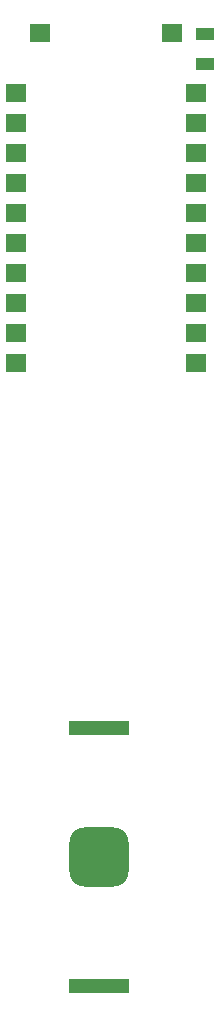
<source format=gbr>
%TF.GenerationSoftware,KiCad,Pcbnew,(6.0.8)*%
%TF.CreationDate,2023-02-14T18:00:54+07:00*%
%TF.ProjectId,dongle_256o,646f6e67-6c65-45f3-9235-366f2e6b6963,rev?*%
%TF.SameCoordinates,Original*%
%TF.FileFunction,Paste,Top*%
%TF.FilePolarity,Positive*%
%FSLAX46Y46*%
G04 Gerber Fmt 4.6, Leading zero omitted, Abs format (unit mm)*
G04 Created by KiCad (PCBNEW (6.0.8)) date 2023-02-14 18:00:54*
%MOMM*%
%LPD*%
G01*
G04 APERTURE LIST*
G04 Aperture macros list*
%AMRoundRect*
0 Rectangle with rounded corners*
0 $1 Rounding radius*
0 $2 $3 $4 $5 $6 $7 $8 $9 X,Y pos of 4 corners*
0 Add a 4 corners polygon primitive as box body*
4,1,4,$2,$3,$4,$5,$6,$7,$8,$9,$2,$3,0*
0 Add four circle primitives for the rounded corners*
1,1,$1+$1,$2,$3*
1,1,$1+$1,$4,$5*
1,1,$1+$1,$6,$7*
1,1,$1+$1,$8,$9*
0 Add four rect primitives between the rounded corners*
20,1,$1+$1,$2,$3,$4,$5,0*
20,1,$1+$1,$4,$5,$6,$7,0*
20,1,$1+$1,$6,$7,$8,$9,0*
20,1,$1+$1,$8,$9,$2,$3,0*%
G04 Aperture macros list end*
%ADD10R,1.800000X1.524000*%
%ADD11R,5.100000X1.200000*%
%ADD12RoundRect,1.250000X1.250000X-1.250000X1.250000X1.250000X-1.250000X1.250000X-1.250000X-1.250000X0*%
%ADD13R,1.524000X1.000000*%
G04 APERTURE END LIST*
D10*
%TO.C,U1*%
X164070000Y-72645000D03*
X148830000Y-77725000D03*
X148830000Y-80265000D03*
X148830000Y-59945000D03*
X148830000Y-62485000D03*
X148830000Y-65025000D03*
X148830000Y-67565000D03*
X148830000Y-70105000D03*
X148830000Y-72645000D03*
X164070000Y-70105000D03*
X164070000Y-67565000D03*
X148830000Y-75185000D03*
X164070000Y-80265000D03*
X164070000Y-77725000D03*
X164070000Y-75185000D03*
X148830000Y-82805000D03*
X164070000Y-82805000D03*
X164070000Y-65025000D03*
X164070000Y-62485000D03*
X162010000Y-54865000D03*
X150890000Y-54865000D03*
X164070000Y-59945000D03*
%TD*%
D11*
%TO.C,BT1*%
X155900000Y-113700000D03*
X155900000Y-135500000D03*
D12*
X155900000Y-124600000D03*
%TD*%
D13*
%TO.C,J2*%
X164850000Y-54900000D03*
X164850000Y-57440000D03*
%TD*%
M02*

</source>
